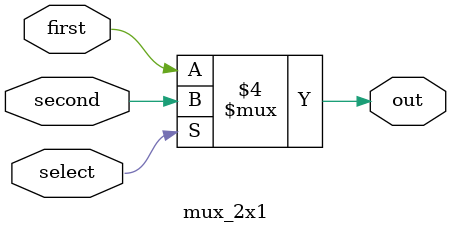
<source format=v>
`timescale 1ns / 1ps


module mux_2x1(
        input select,
        input first,
        input second,
        output reg out
    );
    
    always @ (select, first, second) begin
        if (select == 0)
            out = first;
        else
            out = second;
    end
endmodule

</source>
